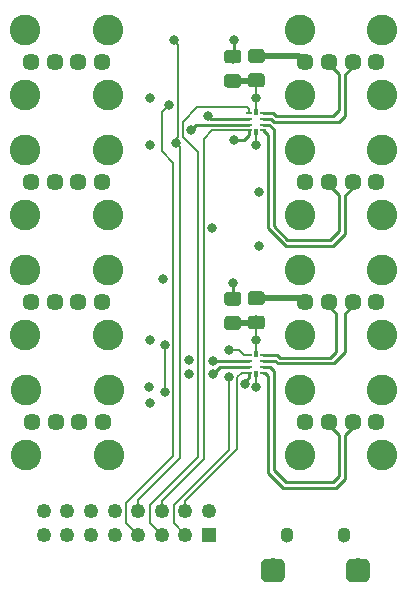
<source format=gbr>
G04 #@! TF.GenerationSoftware,KiCad,Pcbnew,(5.1.0)-1*
G04 #@! TF.CreationDate,2020-02-18T23:46:36-06:00*
G04 #@! TF.ProjectId,USBMuxV1,5553424d-7578-4563-912e-6b696361645f,rev?*
G04 #@! TF.SameCoordinates,Original*
G04 #@! TF.FileFunction,Copper,L4,Bot*
G04 #@! TF.FilePolarity,Positive*
%FSLAX46Y46*%
G04 Gerber Fmt 4.6, Leading zero omitted, Abs format (unit mm)*
G04 Created by KiCad (PCBNEW (5.1.0)-1) date 2020-02-18 23:46:36*
%MOMM*%
%LPD*%
G04 APERTURE LIST*
%ADD10C,0.100000*%
%ADD11C,2.000000*%
%ADD12O,1.100000X1.300000*%
%ADD13R,0.580000X0.250000*%
%ADD14R,0.350000X0.630000*%
%ADD15R,1.250000X1.250000*%
%ADD16C,1.250000*%
%ADD17C,1.450000*%
%ADD18C,2.600000*%
%ADD19C,1.150000*%
%ADD20C,0.800000*%
%ADD21C,0.200000*%
%ADD22C,0.500000*%
%ADD23C,0.250000*%
%ADD24C,0.150000*%
G04 APERTURE END LIST*
D10*
G36*
X135949009Y-136002408D02*
G01*
X135997545Y-136009607D01*
X136045142Y-136021530D01*
X136091342Y-136038060D01*
X136135698Y-136059039D01*
X136177785Y-136084265D01*
X136217197Y-136113495D01*
X136253553Y-136146447D01*
X136286505Y-136182803D01*
X136315735Y-136222215D01*
X136340961Y-136264302D01*
X136361940Y-136308658D01*
X136378470Y-136354858D01*
X136390393Y-136402455D01*
X136397592Y-136450991D01*
X136400000Y-136500000D01*
X136400000Y-137500000D01*
X136397592Y-137549009D01*
X136390393Y-137597545D01*
X136378470Y-137645142D01*
X136361940Y-137691342D01*
X136340961Y-137735698D01*
X136315735Y-137777785D01*
X136286505Y-137817197D01*
X136253553Y-137853553D01*
X136217197Y-137886505D01*
X136177785Y-137915735D01*
X136135698Y-137940961D01*
X136091342Y-137961940D01*
X136045142Y-137978470D01*
X135997545Y-137990393D01*
X135949009Y-137997592D01*
X135900000Y-138000000D01*
X134900000Y-138000000D01*
X134850991Y-137997592D01*
X134802455Y-137990393D01*
X134754858Y-137978470D01*
X134708658Y-137961940D01*
X134664302Y-137940961D01*
X134622215Y-137915735D01*
X134582803Y-137886505D01*
X134546447Y-137853553D01*
X134513495Y-137817197D01*
X134484265Y-137777785D01*
X134459039Y-137735698D01*
X134438060Y-137691342D01*
X134421530Y-137645142D01*
X134409607Y-137597545D01*
X134402408Y-137549009D01*
X134400000Y-137500000D01*
X134400000Y-136500000D01*
X134402408Y-136450991D01*
X134409607Y-136402455D01*
X134421530Y-136354858D01*
X134438060Y-136308658D01*
X134459039Y-136264302D01*
X134484265Y-136222215D01*
X134513495Y-136182803D01*
X134546447Y-136146447D01*
X134582803Y-136113495D01*
X134622215Y-136084265D01*
X134664302Y-136059039D01*
X134708658Y-136038060D01*
X134754858Y-136021530D01*
X134802455Y-136009607D01*
X134850991Y-136002408D01*
X134900000Y-136000000D01*
X135900000Y-136000000D01*
X135949009Y-136002408D01*
X135949009Y-136002408D01*
G37*
D11*
X135400000Y-137000000D03*
D10*
G36*
X143149009Y-136002408D02*
G01*
X143197545Y-136009607D01*
X143245142Y-136021530D01*
X143291342Y-136038060D01*
X143335698Y-136059039D01*
X143377785Y-136084265D01*
X143417197Y-136113495D01*
X143453553Y-136146447D01*
X143486505Y-136182803D01*
X143515735Y-136222215D01*
X143540961Y-136264302D01*
X143561940Y-136308658D01*
X143578470Y-136354858D01*
X143590393Y-136402455D01*
X143597592Y-136450991D01*
X143600000Y-136500000D01*
X143600000Y-137500000D01*
X143597592Y-137549009D01*
X143590393Y-137597545D01*
X143578470Y-137645142D01*
X143561940Y-137691342D01*
X143540961Y-137735698D01*
X143515735Y-137777785D01*
X143486505Y-137817197D01*
X143453553Y-137853553D01*
X143417197Y-137886505D01*
X143377785Y-137915735D01*
X143335698Y-137940961D01*
X143291342Y-137961940D01*
X143245142Y-137978470D01*
X143197545Y-137990393D01*
X143149009Y-137997592D01*
X143100000Y-138000000D01*
X142100000Y-138000000D01*
X142050991Y-137997592D01*
X142002455Y-137990393D01*
X141954858Y-137978470D01*
X141908658Y-137961940D01*
X141864302Y-137940961D01*
X141822215Y-137915735D01*
X141782803Y-137886505D01*
X141746447Y-137853553D01*
X141713495Y-137817197D01*
X141684265Y-137777785D01*
X141659039Y-137735698D01*
X141638060Y-137691342D01*
X141621530Y-137645142D01*
X141609607Y-137597545D01*
X141602408Y-137549009D01*
X141600000Y-137500000D01*
X141600000Y-136500000D01*
X141602408Y-136450991D01*
X141609607Y-136402455D01*
X141621530Y-136354858D01*
X141638060Y-136308658D01*
X141659039Y-136264302D01*
X141684265Y-136222215D01*
X141713495Y-136182803D01*
X141746447Y-136146447D01*
X141782803Y-136113495D01*
X141822215Y-136084265D01*
X141864302Y-136059039D01*
X141908658Y-136038060D01*
X141954858Y-136021530D01*
X142002455Y-136009607D01*
X142050991Y-136002408D01*
X142100000Y-136000000D01*
X143100000Y-136000000D01*
X143149009Y-136002408D01*
X143149009Y-136002408D01*
G37*
D11*
X142600000Y-137000000D03*
D12*
X136600000Y-134000000D03*
X141400000Y-134000000D03*
D13*
X134600000Y-98250000D03*
X134600000Y-98750000D03*
X134600000Y-99250000D03*
X134600000Y-99750000D03*
X133400000Y-98250000D03*
X133400000Y-98750000D03*
X133400000Y-99250000D03*
X133400000Y-99750000D03*
D14*
X134000000Y-98150000D03*
X134000000Y-99850000D03*
D13*
X134600000Y-118750000D03*
X134600000Y-119250000D03*
X134600000Y-119750000D03*
X134600000Y-120250000D03*
X133400000Y-118750000D03*
X133400000Y-119250000D03*
X133400000Y-119750000D03*
X133400000Y-120250000D03*
D14*
X134000000Y-118650000D03*
X134000000Y-120350000D03*
D15*
X130000000Y-134000000D03*
D16*
X128000000Y-134000000D03*
X126000000Y-134000000D03*
X124000000Y-134000000D03*
X122000000Y-134000000D03*
X120000000Y-134000000D03*
X118000000Y-134000000D03*
X116000000Y-134000000D03*
X116000000Y-132000000D03*
X118000000Y-132000000D03*
X120000000Y-132000000D03*
X122000000Y-132000000D03*
X124000000Y-132000000D03*
X126000000Y-132000000D03*
X128000000Y-132000000D03*
X130000000Y-132000000D03*
D17*
X120920000Y-93980000D03*
X118920000Y-93980000D03*
X116920000Y-93980000D03*
X114920000Y-93980000D03*
D18*
X114420000Y-96730000D03*
X121420000Y-96730000D03*
X121420000Y-91230000D03*
X114420000Y-91230000D03*
D17*
X120920000Y-104140000D03*
X118920000Y-104140000D03*
X116920000Y-104140000D03*
X114920000Y-104140000D03*
D18*
X114420000Y-106890000D03*
X121420000Y-106890000D03*
X121420000Y-101390000D03*
X114420000Y-101390000D03*
D17*
X120920000Y-114300000D03*
X118920000Y-114300000D03*
X116920000Y-114300000D03*
X114920000Y-114300000D03*
D18*
X114420000Y-117050000D03*
X121420000Y-117050000D03*
X121420000Y-111550000D03*
X114420000Y-111550000D03*
D17*
X121000000Y-124460000D03*
X119000000Y-124460000D03*
X117000000Y-124460000D03*
X115000000Y-124460000D03*
D18*
X114500000Y-127210000D03*
X121500000Y-127210000D03*
X121500000Y-121710000D03*
X114500000Y-121710000D03*
D17*
X138160000Y-93980000D03*
X140160000Y-93980000D03*
X142160000Y-93980000D03*
X144160000Y-93980000D03*
D18*
X144660000Y-91230000D03*
X137660000Y-91230000D03*
X137660000Y-96730000D03*
X144660000Y-96730000D03*
D17*
X138160000Y-104140000D03*
X140160000Y-104140000D03*
X142160000Y-104140000D03*
X144160000Y-104140000D03*
D18*
X144660000Y-101390000D03*
X137660000Y-101390000D03*
X137660000Y-106890000D03*
X144660000Y-106890000D03*
D17*
X138160000Y-114300000D03*
X140160000Y-114300000D03*
X142160000Y-114300000D03*
X144160000Y-114300000D03*
D18*
X144660000Y-111550000D03*
X137660000Y-111550000D03*
X137660000Y-117050000D03*
X144660000Y-117050000D03*
D17*
X138160000Y-124460000D03*
X140160000Y-124460000D03*
X142160000Y-124460000D03*
X144160000Y-124460000D03*
D18*
X144660000Y-121710000D03*
X137660000Y-121710000D03*
X137660000Y-127210000D03*
X144660000Y-127210000D03*
D10*
G36*
X134474505Y-115426204D02*
G01*
X134498773Y-115429804D01*
X134522572Y-115435765D01*
X134545671Y-115444030D01*
X134567850Y-115454520D01*
X134588893Y-115467132D01*
X134608599Y-115481747D01*
X134626777Y-115498223D01*
X134643253Y-115516401D01*
X134657868Y-115536107D01*
X134670480Y-115557150D01*
X134680970Y-115579329D01*
X134689235Y-115602428D01*
X134695196Y-115626227D01*
X134698796Y-115650495D01*
X134700000Y-115674999D01*
X134700000Y-116325001D01*
X134698796Y-116349505D01*
X134695196Y-116373773D01*
X134689235Y-116397572D01*
X134680970Y-116420671D01*
X134670480Y-116442850D01*
X134657868Y-116463893D01*
X134643253Y-116483599D01*
X134626777Y-116501777D01*
X134608599Y-116518253D01*
X134588893Y-116532868D01*
X134567850Y-116545480D01*
X134545671Y-116555970D01*
X134522572Y-116564235D01*
X134498773Y-116570196D01*
X134474505Y-116573796D01*
X134450001Y-116575000D01*
X133549999Y-116575000D01*
X133525495Y-116573796D01*
X133501227Y-116570196D01*
X133477428Y-116564235D01*
X133454329Y-116555970D01*
X133432150Y-116545480D01*
X133411107Y-116532868D01*
X133391401Y-116518253D01*
X133373223Y-116501777D01*
X133356747Y-116483599D01*
X133342132Y-116463893D01*
X133329520Y-116442850D01*
X133319030Y-116420671D01*
X133310765Y-116397572D01*
X133304804Y-116373773D01*
X133301204Y-116349505D01*
X133300000Y-116325001D01*
X133300000Y-115674999D01*
X133301204Y-115650495D01*
X133304804Y-115626227D01*
X133310765Y-115602428D01*
X133319030Y-115579329D01*
X133329520Y-115557150D01*
X133342132Y-115536107D01*
X133356747Y-115516401D01*
X133373223Y-115498223D01*
X133391401Y-115481747D01*
X133411107Y-115467132D01*
X133432150Y-115454520D01*
X133454329Y-115444030D01*
X133477428Y-115435765D01*
X133501227Y-115429804D01*
X133525495Y-115426204D01*
X133549999Y-115425000D01*
X134450001Y-115425000D01*
X134474505Y-115426204D01*
X134474505Y-115426204D01*
G37*
D19*
X134000000Y-116000000D03*
D10*
G36*
X134474505Y-113376204D02*
G01*
X134498773Y-113379804D01*
X134522572Y-113385765D01*
X134545671Y-113394030D01*
X134567850Y-113404520D01*
X134588893Y-113417132D01*
X134608599Y-113431747D01*
X134626777Y-113448223D01*
X134643253Y-113466401D01*
X134657868Y-113486107D01*
X134670480Y-113507150D01*
X134680970Y-113529329D01*
X134689235Y-113552428D01*
X134695196Y-113576227D01*
X134698796Y-113600495D01*
X134700000Y-113624999D01*
X134700000Y-114275001D01*
X134698796Y-114299505D01*
X134695196Y-114323773D01*
X134689235Y-114347572D01*
X134680970Y-114370671D01*
X134670480Y-114392850D01*
X134657868Y-114413893D01*
X134643253Y-114433599D01*
X134626777Y-114451777D01*
X134608599Y-114468253D01*
X134588893Y-114482868D01*
X134567850Y-114495480D01*
X134545671Y-114505970D01*
X134522572Y-114514235D01*
X134498773Y-114520196D01*
X134474505Y-114523796D01*
X134450001Y-114525000D01*
X133549999Y-114525000D01*
X133525495Y-114523796D01*
X133501227Y-114520196D01*
X133477428Y-114514235D01*
X133454329Y-114505970D01*
X133432150Y-114495480D01*
X133411107Y-114482868D01*
X133391401Y-114468253D01*
X133373223Y-114451777D01*
X133356747Y-114433599D01*
X133342132Y-114413893D01*
X133329520Y-114392850D01*
X133319030Y-114370671D01*
X133310765Y-114347572D01*
X133304804Y-114323773D01*
X133301204Y-114299505D01*
X133300000Y-114275001D01*
X133300000Y-113624999D01*
X133301204Y-113600495D01*
X133304804Y-113576227D01*
X133310765Y-113552428D01*
X133319030Y-113529329D01*
X133329520Y-113507150D01*
X133342132Y-113486107D01*
X133356747Y-113466401D01*
X133373223Y-113448223D01*
X133391401Y-113431747D01*
X133411107Y-113417132D01*
X133432150Y-113404520D01*
X133454329Y-113394030D01*
X133477428Y-113385765D01*
X133501227Y-113379804D01*
X133525495Y-113376204D01*
X133549999Y-113375000D01*
X134450001Y-113375000D01*
X134474505Y-113376204D01*
X134474505Y-113376204D01*
G37*
D19*
X134000000Y-113950000D03*
D10*
G36*
X134474505Y-94926204D02*
G01*
X134498773Y-94929804D01*
X134522572Y-94935765D01*
X134545671Y-94944030D01*
X134567850Y-94954520D01*
X134588893Y-94967132D01*
X134608599Y-94981747D01*
X134626777Y-94998223D01*
X134643253Y-95016401D01*
X134657868Y-95036107D01*
X134670480Y-95057150D01*
X134680970Y-95079329D01*
X134689235Y-95102428D01*
X134695196Y-95126227D01*
X134698796Y-95150495D01*
X134700000Y-95174999D01*
X134700000Y-95825001D01*
X134698796Y-95849505D01*
X134695196Y-95873773D01*
X134689235Y-95897572D01*
X134680970Y-95920671D01*
X134670480Y-95942850D01*
X134657868Y-95963893D01*
X134643253Y-95983599D01*
X134626777Y-96001777D01*
X134608599Y-96018253D01*
X134588893Y-96032868D01*
X134567850Y-96045480D01*
X134545671Y-96055970D01*
X134522572Y-96064235D01*
X134498773Y-96070196D01*
X134474505Y-96073796D01*
X134450001Y-96075000D01*
X133549999Y-96075000D01*
X133525495Y-96073796D01*
X133501227Y-96070196D01*
X133477428Y-96064235D01*
X133454329Y-96055970D01*
X133432150Y-96045480D01*
X133411107Y-96032868D01*
X133391401Y-96018253D01*
X133373223Y-96001777D01*
X133356747Y-95983599D01*
X133342132Y-95963893D01*
X133329520Y-95942850D01*
X133319030Y-95920671D01*
X133310765Y-95897572D01*
X133304804Y-95873773D01*
X133301204Y-95849505D01*
X133300000Y-95825001D01*
X133300000Y-95174999D01*
X133301204Y-95150495D01*
X133304804Y-95126227D01*
X133310765Y-95102428D01*
X133319030Y-95079329D01*
X133329520Y-95057150D01*
X133342132Y-95036107D01*
X133356747Y-95016401D01*
X133373223Y-94998223D01*
X133391401Y-94981747D01*
X133411107Y-94967132D01*
X133432150Y-94954520D01*
X133454329Y-94944030D01*
X133477428Y-94935765D01*
X133501227Y-94929804D01*
X133525495Y-94926204D01*
X133549999Y-94925000D01*
X134450001Y-94925000D01*
X134474505Y-94926204D01*
X134474505Y-94926204D01*
G37*
D19*
X134000000Y-95500000D03*
D10*
G36*
X134474505Y-92876204D02*
G01*
X134498773Y-92879804D01*
X134522572Y-92885765D01*
X134545671Y-92894030D01*
X134567850Y-92904520D01*
X134588893Y-92917132D01*
X134608599Y-92931747D01*
X134626777Y-92948223D01*
X134643253Y-92966401D01*
X134657868Y-92986107D01*
X134670480Y-93007150D01*
X134680970Y-93029329D01*
X134689235Y-93052428D01*
X134695196Y-93076227D01*
X134698796Y-93100495D01*
X134700000Y-93124999D01*
X134700000Y-93775001D01*
X134698796Y-93799505D01*
X134695196Y-93823773D01*
X134689235Y-93847572D01*
X134680970Y-93870671D01*
X134670480Y-93892850D01*
X134657868Y-93913893D01*
X134643253Y-93933599D01*
X134626777Y-93951777D01*
X134608599Y-93968253D01*
X134588893Y-93982868D01*
X134567850Y-93995480D01*
X134545671Y-94005970D01*
X134522572Y-94014235D01*
X134498773Y-94020196D01*
X134474505Y-94023796D01*
X134450001Y-94025000D01*
X133549999Y-94025000D01*
X133525495Y-94023796D01*
X133501227Y-94020196D01*
X133477428Y-94014235D01*
X133454329Y-94005970D01*
X133432150Y-93995480D01*
X133411107Y-93982868D01*
X133391401Y-93968253D01*
X133373223Y-93951777D01*
X133356747Y-93933599D01*
X133342132Y-93913893D01*
X133329520Y-93892850D01*
X133319030Y-93870671D01*
X133310765Y-93847572D01*
X133304804Y-93823773D01*
X133301204Y-93799505D01*
X133300000Y-93775001D01*
X133300000Y-93124999D01*
X133301204Y-93100495D01*
X133304804Y-93076227D01*
X133310765Y-93052428D01*
X133319030Y-93029329D01*
X133329520Y-93007150D01*
X133342132Y-92986107D01*
X133356747Y-92966401D01*
X133373223Y-92948223D01*
X133391401Y-92931747D01*
X133411107Y-92917132D01*
X133432150Y-92904520D01*
X133454329Y-92894030D01*
X133477428Y-92885765D01*
X133501227Y-92879804D01*
X133525495Y-92876204D01*
X133549999Y-92875000D01*
X134450001Y-92875000D01*
X134474505Y-92876204D01*
X134474505Y-92876204D01*
G37*
D19*
X134000000Y-93450000D03*
D10*
G36*
X132474505Y-92926204D02*
G01*
X132498773Y-92929804D01*
X132522572Y-92935765D01*
X132545671Y-92944030D01*
X132567850Y-92954520D01*
X132588893Y-92967132D01*
X132608599Y-92981747D01*
X132626777Y-92998223D01*
X132643253Y-93016401D01*
X132657868Y-93036107D01*
X132670480Y-93057150D01*
X132680970Y-93079329D01*
X132689235Y-93102428D01*
X132695196Y-93126227D01*
X132698796Y-93150495D01*
X132700000Y-93174999D01*
X132700000Y-93825001D01*
X132698796Y-93849505D01*
X132695196Y-93873773D01*
X132689235Y-93897572D01*
X132680970Y-93920671D01*
X132670480Y-93942850D01*
X132657868Y-93963893D01*
X132643253Y-93983599D01*
X132626777Y-94001777D01*
X132608599Y-94018253D01*
X132588893Y-94032868D01*
X132567850Y-94045480D01*
X132545671Y-94055970D01*
X132522572Y-94064235D01*
X132498773Y-94070196D01*
X132474505Y-94073796D01*
X132450001Y-94075000D01*
X131549999Y-94075000D01*
X131525495Y-94073796D01*
X131501227Y-94070196D01*
X131477428Y-94064235D01*
X131454329Y-94055970D01*
X131432150Y-94045480D01*
X131411107Y-94032868D01*
X131391401Y-94018253D01*
X131373223Y-94001777D01*
X131356747Y-93983599D01*
X131342132Y-93963893D01*
X131329520Y-93942850D01*
X131319030Y-93920671D01*
X131310765Y-93897572D01*
X131304804Y-93873773D01*
X131301204Y-93849505D01*
X131300000Y-93825001D01*
X131300000Y-93174999D01*
X131301204Y-93150495D01*
X131304804Y-93126227D01*
X131310765Y-93102428D01*
X131319030Y-93079329D01*
X131329520Y-93057150D01*
X131342132Y-93036107D01*
X131356747Y-93016401D01*
X131373223Y-92998223D01*
X131391401Y-92981747D01*
X131411107Y-92967132D01*
X131432150Y-92954520D01*
X131454329Y-92944030D01*
X131477428Y-92935765D01*
X131501227Y-92929804D01*
X131525495Y-92926204D01*
X131549999Y-92925000D01*
X132450001Y-92925000D01*
X132474505Y-92926204D01*
X132474505Y-92926204D01*
G37*
D19*
X132000000Y-93500000D03*
D10*
G36*
X132474505Y-94976204D02*
G01*
X132498773Y-94979804D01*
X132522572Y-94985765D01*
X132545671Y-94994030D01*
X132567850Y-95004520D01*
X132588893Y-95017132D01*
X132608599Y-95031747D01*
X132626777Y-95048223D01*
X132643253Y-95066401D01*
X132657868Y-95086107D01*
X132670480Y-95107150D01*
X132680970Y-95129329D01*
X132689235Y-95152428D01*
X132695196Y-95176227D01*
X132698796Y-95200495D01*
X132700000Y-95224999D01*
X132700000Y-95875001D01*
X132698796Y-95899505D01*
X132695196Y-95923773D01*
X132689235Y-95947572D01*
X132680970Y-95970671D01*
X132670480Y-95992850D01*
X132657868Y-96013893D01*
X132643253Y-96033599D01*
X132626777Y-96051777D01*
X132608599Y-96068253D01*
X132588893Y-96082868D01*
X132567850Y-96095480D01*
X132545671Y-96105970D01*
X132522572Y-96114235D01*
X132498773Y-96120196D01*
X132474505Y-96123796D01*
X132450001Y-96125000D01*
X131549999Y-96125000D01*
X131525495Y-96123796D01*
X131501227Y-96120196D01*
X131477428Y-96114235D01*
X131454329Y-96105970D01*
X131432150Y-96095480D01*
X131411107Y-96082868D01*
X131391401Y-96068253D01*
X131373223Y-96051777D01*
X131356747Y-96033599D01*
X131342132Y-96013893D01*
X131329520Y-95992850D01*
X131319030Y-95970671D01*
X131310765Y-95947572D01*
X131304804Y-95923773D01*
X131301204Y-95899505D01*
X131300000Y-95875001D01*
X131300000Y-95224999D01*
X131301204Y-95200495D01*
X131304804Y-95176227D01*
X131310765Y-95152428D01*
X131319030Y-95129329D01*
X131329520Y-95107150D01*
X131342132Y-95086107D01*
X131356747Y-95066401D01*
X131373223Y-95048223D01*
X131391401Y-95031747D01*
X131411107Y-95017132D01*
X131432150Y-95004520D01*
X131454329Y-94994030D01*
X131477428Y-94985765D01*
X131501227Y-94979804D01*
X131525495Y-94976204D01*
X131549999Y-94975000D01*
X132450001Y-94975000D01*
X132474505Y-94976204D01*
X132474505Y-94976204D01*
G37*
D19*
X132000000Y-95550000D03*
D10*
G36*
X132474505Y-115476204D02*
G01*
X132498773Y-115479804D01*
X132522572Y-115485765D01*
X132545671Y-115494030D01*
X132567850Y-115504520D01*
X132588893Y-115517132D01*
X132608599Y-115531747D01*
X132626777Y-115548223D01*
X132643253Y-115566401D01*
X132657868Y-115586107D01*
X132670480Y-115607150D01*
X132680970Y-115629329D01*
X132689235Y-115652428D01*
X132695196Y-115676227D01*
X132698796Y-115700495D01*
X132700000Y-115724999D01*
X132700000Y-116375001D01*
X132698796Y-116399505D01*
X132695196Y-116423773D01*
X132689235Y-116447572D01*
X132680970Y-116470671D01*
X132670480Y-116492850D01*
X132657868Y-116513893D01*
X132643253Y-116533599D01*
X132626777Y-116551777D01*
X132608599Y-116568253D01*
X132588893Y-116582868D01*
X132567850Y-116595480D01*
X132545671Y-116605970D01*
X132522572Y-116614235D01*
X132498773Y-116620196D01*
X132474505Y-116623796D01*
X132450001Y-116625000D01*
X131549999Y-116625000D01*
X131525495Y-116623796D01*
X131501227Y-116620196D01*
X131477428Y-116614235D01*
X131454329Y-116605970D01*
X131432150Y-116595480D01*
X131411107Y-116582868D01*
X131391401Y-116568253D01*
X131373223Y-116551777D01*
X131356747Y-116533599D01*
X131342132Y-116513893D01*
X131329520Y-116492850D01*
X131319030Y-116470671D01*
X131310765Y-116447572D01*
X131304804Y-116423773D01*
X131301204Y-116399505D01*
X131300000Y-116375001D01*
X131300000Y-115724999D01*
X131301204Y-115700495D01*
X131304804Y-115676227D01*
X131310765Y-115652428D01*
X131319030Y-115629329D01*
X131329520Y-115607150D01*
X131342132Y-115586107D01*
X131356747Y-115566401D01*
X131373223Y-115548223D01*
X131391401Y-115531747D01*
X131411107Y-115517132D01*
X131432150Y-115504520D01*
X131454329Y-115494030D01*
X131477428Y-115485765D01*
X131501227Y-115479804D01*
X131525495Y-115476204D01*
X131549999Y-115475000D01*
X132450001Y-115475000D01*
X132474505Y-115476204D01*
X132474505Y-115476204D01*
G37*
D19*
X132000000Y-116050000D03*
D10*
G36*
X132474505Y-113426204D02*
G01*
X132498773Y-113429804D01*
X132522572Y-113435765D01*
X132545671Y-113444030D01*
X132567850Y-113454520D01*
X132588893Y-113467132D01*
X132608599Y-113481747D01*
X132626777Y-113498223D01*
X132643253Y-113516401D01*
X132657868Y-113536107D01*
X132670480Y-113557150D01*
X132680970Y-113579329D01*
X132689235Y-113602428D01*
X132695196Y-113626227D01*
X132698796Y-113650495D01*
X132700000Y-113674999D01*
X132700000Y-114325001D01*
X132698796Y-114349505D01*
X132695196Y-114373773D01*
X132689235Y-114397572D01*
X132680970Y-114420671D01*
X132670480Y-114442850D01*
X132657868Y-114463893D01*
X132643253Y-114483599D01*
X132626777Y-114501777D01*
X132608599Y-114518253D01*
X132588893Y-114532868D01*
X132567850Y-114545480D01*
X132545671Y-114555970D01*
X132522572Y-114564235D01*
X132498773Y-114570196D01*
X132474505Y-114573796D01*
X132450001Y-114575000D01*
X131549999Y-114575000D01*
X131525495Y-114573796D01*
X131501227Y-114570196D01*
X131477428Y-114564235D01*
X131454329Y-114555970D01*
X131432150Y-114545480D01*
X131411107Y-114532868D01*
X131391401Y-114518253D01*
X131373223Y-114501777D01*
X131356747Y-114483599D01*
X131342132Y-114463893D01*
X131329520Y-114442850D01*
X131319030Y-114420671D01*
X131310765Y-114397572D01*
X131304804Y-114373773D01*
X131301204Y-114349505D01*
X131300000Y-114325001D01*
X131300000Y-113674999D01*
X131301204Y-113650495D01*
X131304804Y-113626227D01*
X131310765Y-113602428D01*
X131319030Y-113579329D01*
X131329520Y-113557150D01*
X131342132Y-113536107D01*
X131356747Y-113516401D01*
X131373223Y-113498223D01*
X131391401Y-113481747D01*
X131411107Y-113467132D01*
X131432150Y-113454520D01*
X131454329Y-113444030D01*
X131477428Y-113435765D01*
X131501227Y-113429804D01*
X131525495Y-113426204D01*
X131549999Y-113425000D01*
X132450001Y-113425000D01*
X132474505Y-113426204D01*
X132474505Y-113426204D01*
G37*
D19*
X132000000Y-114000000D03*
D20*
X125000000Y-101000000D03*
X124874990Y-121500000D03*
X134000000Y-101000000D03*
X134000000Y-121500000D03*
X134000000Y-117500000D03*
X134000000Y-97000000D03*
X125000000Y-117500000D03*
X130250000Y-108000000D03*
X125000000Y-97000000D03*
X134250000Y-105000000D03*
X134250000Y-109500000D03*
X130350000Y-119250000D03*
X129875010Y-98500009D03*
X128300000Y-119199999D03*
X130336501Y-120336501D03*
X128300000Y-120399994D03*
X128500000Y-99700000D03*
X131700000Y-120600000D03*
X131700000Y-118300000D03*
X126600000Y-97600000D03*
X126300000Y-121900000D03*
X126300000Y-117900000D03*
X125000000Y-122800000D03*
X126100000Y-112300000D03*
X127200000Y-100800000D03*
X127000000Y-92100000D03*
X133000000Y-121200000D03*
X131999998Y-112700000D03*
X132100000Y-100600000D03*
X132100000Y-92099996D03*
D21*
X134000000Y-101000000D02*
X134000000Y-100500000D01*
X134000000Y-99850000D02*
X134000000Y-100500000D01*
X134000000Y-100500000D02*
X134000000Y-100750000D01*
X134000000Y-120350000D02*
X134000000Y-121500000D01*
D22*
X137630000Y-93450000D02*
X138160000Y-93980000D01*
X134000000Y-93450000D02*
X137630000Y-93450000D01*
X137810000Y-113950000D02*
X138160000Y-114300000D01*
X134000000Y-113950000D02*
X137810000Y-113950000D01*
D21*
X134000000Y-118650000D02*
X134000000Y-117750000D01*
X134000000Y-116275000D02*
X134000000Y-117750000D01*
X134000000Y-98150000D02*
X134000000Y-97250000D01*
X134000000Y-97250000D02*
X134000000Y-97000000D01*
X134000000Y-97000000D02*
X134000000Y-95500000D01*
D22*
X133950000Y-116050000D02*
X134000000Y-116000000D01*
X132000000Y-116050000D02*
X133950000Y-116050000D01*
X133950000Y-95550000D02*
X134000000Y-95500000D01*
X132000000Y-95550000D02*
X133950000Y-95550000D01*
D23*
X133400000Y-119250000D02*
X130350000Y-119250000D01*
X130300000Y-119300000D02*
X130350000Y-119250000D01*
X133400000Y-98750000D02*
X130125001Y-98750000D01*
X130125001Y-98750000D02*
X129875010Y-98500009D01*
X133400000Y-119750000D02*
X130923002Y-119750000D01*
X130923002Y-119750000D02*
X130336501Y-120336501D01*
X130336501Y-120336501D02*
X130273002Y-120400000D01*
X128950000Y-99250000D02*
X128899999Y-99300001D01*
X128899999Y-99300001D02*
X128500000Y-99700000D01*
X133400000Y-99250000D02*
X128950000Y-99250000D01*
D24*
X133225000Y-97800000D02*
X133400000Y-97975000D01*
X129000996Y-97800000D02*
X133225000Y-97800000D01*
X133400000Y-97975000D02*
X133400000Y-98250000D01*
X127800000Y-99000996D02*
X129000996Y-97800000D01*
X126000000Y-134000000D02*
X125000000Y-133000000D01*
X125000000Y-131500000D02*
X129100000Y-127400000D01*
X129100000Y-127400000D02*
X129100000Y-101600000D01*
X127800000Y-100300000D02*
X127800000Y-99000996D01*
X125000000Y-133000000D02*
X125000000Y-131500000D01*
X129100000Y-101600000D02*
X127800000Y-100300000D01*
X132960000Y-118750000D02*
X132510000Y-118300000D01*
X133400000Y-118750000D02*
X132960000Y-118750000D01*
X132510000Y-118300000D02*
X131700000Y-118300000D01*
X131700000Y-126800000D02*
X131700000Y-123800000D01*
X131700000Y-123800000D02*
X131700000Y-120600000D01*
X127000000Y-131500000D02*
X131700000Y-126800000D01*
X128000000Y-134000000D02*
X127000000Y-133000000D01*
X127000000Y-133000000D02*
X127000000Y-131500000D01*
X126000000Y-98200000D02*
X126600000Y-97600000D01*
X126000000Y-101500000D02*
X126000000Y-98200000D01*
X123000000Y-131300000D02*
X126975001Y-127324999D01*
X126975001Y-127324999D02*
X126975001Y-102475001D01*
X123000000Y-133000000D02*
X123000000Y-131300000D01*
X124000000Y-134000000D02*
X123000000Y-133000000D01*
X126975001Y-102475001D02*
X126000000Y-101500000D01*
X126300000Y-121900000D02*
X126300000Y-117900000D01*
X124000000Y-132000000D02*
X124000000Y-131000000D01*
X124000000Y-131000000D02*
X127500000Y-127500000D01*
X127500000Y-127500000D02*
X127500000Y-104000000D01*
X127500000Y-104000000D02*
X127500000Y-101100000D01*
X127500000Y-101100000D02*
X127200000Y-100800000D01*
X127200000Y-100800000D02*
X127200000Y-100500000D01*
X127200000Y-100500000D02*
X127400000Y-100300000D01*
X127400000Y-100300000D02*
X127400000Y-92500000D01*
X127400000Y-92500000D02*
X127000000Y-92100000D01*
X132750000Y-120250000D02*
X133400000Y-120250000D01*
X132400000Y-120600000D02*
X132750000Y-120250000D01*
X132400000Y-126716117D02*
X132400000Y-120600000D01*
X128000000Y-132000000D02*
X128000000Y-131116117D01*
X128000000Y-131116117D02*
X132400000Y-126716117D01*
D23*
X133400000Y-120625000D02*
X133000000Y-121025000D01*
X133400000Y-120250000D02*
X133400000Y-120625000D01*
X133000000Y-121025000D02*
X133000000Y-121200000D01*
X131999998Y-113999998D02*
X132000000Y-114000000D01*
X131999998Y-112700000D02*
X131999998Y-113999998D01*
X133400000Y-100125000D02*
X132925000Y-100600000D01*
X133400000Y-99750000D02*
X133400000Y-100125000D01*
X132925000Y-100600000D02*
X132100000Y-100600000D01*
X132100000Y-93400000D02*
X132000000Y-93500000D01*
X132100000Y-92099996D02*
X132100000Y-93400000D01*
D24*
X130250000Y-99750000D02*
X133400000Y-99750000D01*
X129550011Y-100449989D02*
X130250000Y-99750000D01*
X129550011Y-127549989D02*
X129550011Y-100449989D01*
X126000000Y-132000000D02*
X126000000Y-131100000D01*
X126000000Y-131100000D02*
X129550011Y-127549989D01*
D23*
X141000000Y-95000000D02*
X140160000Y-94160000D01*
X140160000Y-94160000D02*
X140160000Y-93980000D01*
X141000000Y-98000000D02*
X141000000Y-95000000D01*
X134600000Y-98250000D02*
X134750000Y-98250000D01*
X134750000Y-98250000D02*
X134799990Y-98299990D01*
X134799990Y-98299990D02*
X135436400Y-98299990D01*
X135636410Y-98500000D02*
X140500000Y-98500000D01*
X135436400Y-98299990D02*
X135636410Y-98500000D01*
X140500000Y-98500000D02*
X141000000Y-98000000D01*
X142160000Y-94340000D02*
X142160000Y-93980000D01*
X135250000Y-98750000D02*
X135500000Y-99000000D01*
X134600000Y-98750000D02*
X135250000Y-98750000D01*
X135500000Y-99000000D02*
X141000000Y-99000000D01*
X141000000Y-99000000D02*
X141500000Y-98500000D01*
X141500000Y-98500000D02*
X141500000Y-95000000D01*
X141500000Y-95000000D02*
X142160000Y-94340000D01*
X141500000Y-105250000D02*
X142160000Y-104590000D01*
X135000000Y-100150000D02*
X135000000Y-108000000D01*
X142160000Y-104590000D02*
X142160000Y-104140000D01*
X134600000Y-99750000D02*
X135000000Y-100150000D01*
X135000000Y-108000000D02*
X136500000Y-109500000D01*
X140500000Y-109500000D02*
X141500000Y-108500000D01*
X136500000Y-109500000D02*
X140500000Y-109500000D01*
X141500000Y-108500000D02*
X141500000Y-105250000D01*
X140160000Y-104410000D02*
X140160000Y-104140000D01*
X141000000Y-108250000D02*
X141000000Y-105250000D01*
X141000000Y-105250000D02*
X140160000Y-104410000D01*
X134600000Y-99250000D02*
X135100002Y-99250000D01*
X135500000Y-99649998D02*
X135500000Y-107863590D01*
X135100002Y-99250000D02*
X135500000Y-99649998D01*
X135500000Y-107863590D02*
X136636410Y-109000000D01*
X136636410Y-109000000D02*
X140250000Y-109000000D01*
X140250000Y-109000000D02*
X141000000Y-108250000D01*
X142160000Y-114590000D02*
X142160000Y-114300000D01*
X135613590Y-119250000D02*
X135813600Y-119450010D01*
X134600000Y-119250000D02*
X135613590Y-119250000D01*
X135813600Y-119450010D02*
X140549990Y-119450010D01*
X140549990Y-119450010D02*
X141500000Y-118500000D01*
X141500000Y-118500000D02*
X141500000Y-115250000D01*
X141500000Y-115250000D02*
X142160000Y-114590000D01*
X140160000Y-114660000D02*
X140160000Y-114300000D01*
X135750000Y-118750000D02*
X136000000Y-119000000D01*
X136000000Y-119000000D02*
X140250000Y-119000000D01*
X134600000Y-118750000D02*
X135750000Y-118750000D01*
X140250000Y-119000000D02*
X140750000Y-118500000D01*
X140750000Y-118500000D02*
X140750000Y-115250000D01*
X140750000Y-115250000D02*
X140160000Y-114660000D01*
X141000000Y-125500000D02*
X140160000Y-124660000D01*
X135140000Y-119750000D02*
X135500000Y-120110000D01*
X141000000Y-129000000D02*
X141000000Y-125500000D01*
X134600000Y-119750000D02*
X135140000Y-119750000D01*
X140160000Y-124660000D02*
X140160000Y-124460000D01*
X135500000Y-120110000D02*
X135500000Y-128500000D01*
X135500000Y-128500000D02*
X136500000Y-129500000D01*
X136500000Y-129500000D02*
X140500000Y-129500000D01*
X140500000Y-129500000D02*
X141000000Y-129000000D01*
X142160000Y-124840000D02*
X142160000Y-124460000D01*
X141500000Y-125500000D02*
X142160000Y-124840000D01*
X141500000Y-129250000D02*
X141500000Y-125500000D01*
X134750000Y-120250000D02*
X135000000Y-120500000D01*
X134600000Y-120250000D02*
X134750000Y-120250000D01*
X135000000Y-128750000D02*
X136250000Y-130000000D01*
X135000000Y-120500000D02*
X135000000Y-128750000D01*
X136250000Y-130000000D02*
X140750000Y-130000000D01*
X140750000Y-130000000D02*
X141500000Y-129250000D01*
M02*

</source>
